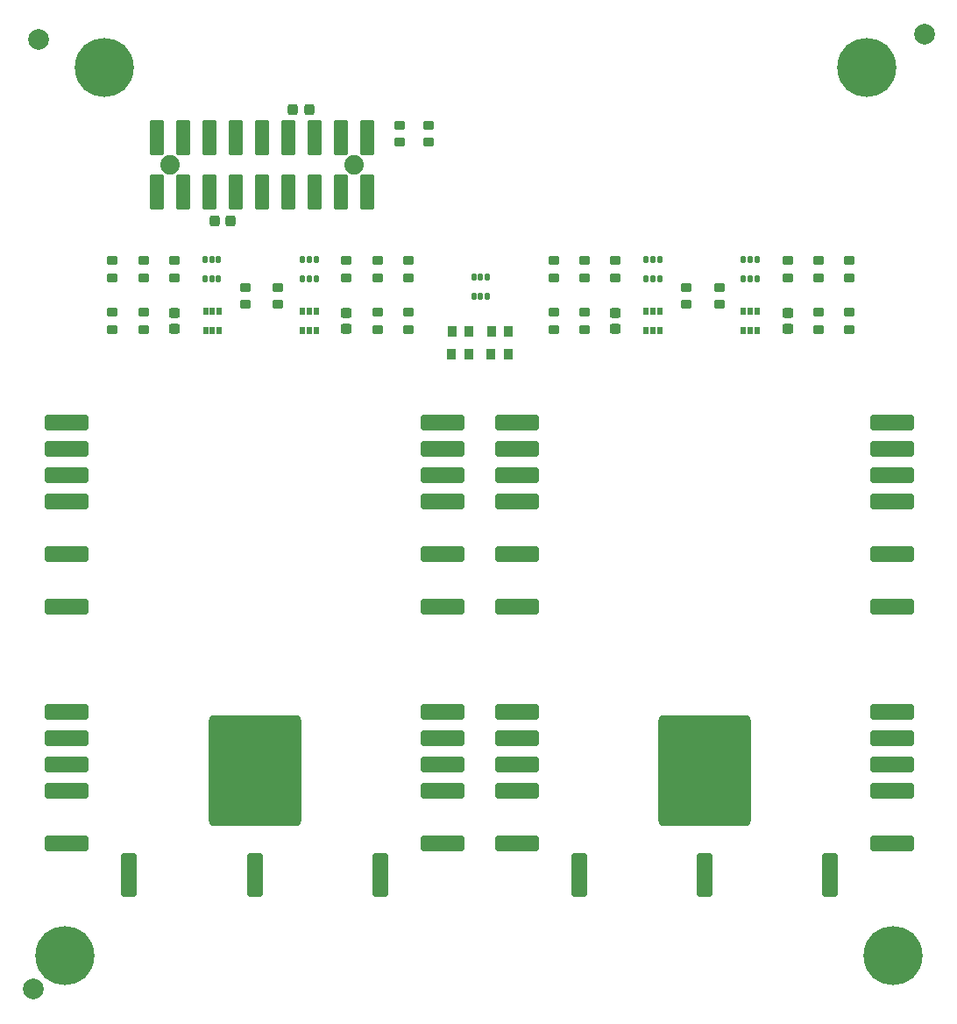
<source format=gts>
%TF.GenerationSoftware,KiCad,Pcbnew,9.0.1*%
%TF.CreationDate,2025-04-06T00:03:57-07:00*%
%TF.ProjectId,MPPT_addon_board,4d505054-5f61-4646-946f-6e5f626f6172,1.4*%
%TF.SameCoordinates,Original*%
%TF.FileFunction,Soldermask,Top*%
%TF.FilePolarity,Negative*%
%FSLAX46Y46*%
G04 Gerber Fmt 4.6, Leading zero omitted, Abs format (unit mm)*
G04 Created by KiCad (PCBNEW 9.0.1) date 2025-04-06 00:03:57*
%MOMM*%
%LPD*%
G01*
G04 APERTURE LIST*
G04 Aperture macros list*
%AMRoundRect*
0 Rectangle with rounded corners*
0 $1 Rounding radius*
0 $2 $3 $4 $5 $6 $7 $8 $9 X,Y pos of 4 corners*
0 Add a 4 corners polygon primitive as box body*
4,1,4,$2,$3,$4,$5,$6,$7,$8,$9,$2,$3,0*
0 Add four circle primitives for the rounded corners*
1,1,$1+$1,$2,$3*
1,1,$1+$1,$4,$5*
1,1,$1+$1,$6,$7*
1,1,$1+$1,$8,$9*
0 Add four rect primitives between the rounded corners*
20,1,$1+$1,$2,$3,$4,$5,0*
20,1,$1+$1,$4,$5,$6,$7,0*
20,1,$1+$1,$6,$7,$8,$9,0*
20,1,$1+$1,$8,$9,$2,$3,0*%
G04 Aperture macros list end*
%ADD10C,5.701600*%
%ADD11C,2.000000*%
%ADD12RoundRect,0.225400X-0.225400X-0.300400X0.225400X-0.300400X0.225400X0.300400X-0.225400X0.300400X0*%
%ADD13RoundRect,0.225400X0.300400X-0.225400X0.300400X0.225400X-0.300400X0.225400X-0.300400X-0.225400X0*%
%ADD14RoundRect,0.225400X-0.300400X0.225400X-0.300400X-0.225400X0.300400X-0.225400X0.300400X0.225400X0*%
%ADD15RoundRect,0.125400X-0.125400X0.250400X-0.125400X-0.250400X0.125400X-0.250400X0.125400X0.250400X0*%
%ADD16RoundRect,0.225400X0.225400X0.300400X-0.225400X0.300400X-0.225400X-0.300400X0.225400X-0.300400X0*%
%ADD17RoundRect,0.250400X0.275400X-0.250400X0.275400X0.250400X-0.275400X0.250400X-0.275400X-0.250400X0*%
%ADD18RoundRect,0.150160X1.950640X0.600640X-1.950640X0.600640X-1.950640X-0.600640X1.950640X-0.600640X0*%
%ADD19RoundRect,0.150160X-0.600640X1.950640X-0.600640X-1.950640X0.600640X-1.950640X0.600640X1.950640X0*%
%ADD20RoundRect,0.445080X4.005720X4.930720X-4.005720X4.930720X-4.005720X-4.930720X4.005720X-4.930720X0*%
%ADD21RoundRect,0.250400X0.250400X0.275400X-0.250400X0.275400X-0.250400X-0.275400X0.250400X-0.275400X0*%
%ADD22RoundRect,0.125400X0.125400X-0.250400X0.125400X0.250400X-0.125400X0.250400X-0.125400X-0.250400X0*%
%ADD23RoundRect,0.250400X-0.250400X-0.275400X0.250400X-0.275400X0.250400X0.275400X-0.250400X0.275400X0*%
%ADD24RoundRect,0.050800X-0.200000X-0.300000X0.200000X-0.300000X0.200000X0.300000X-0.200000X0.300000X0*%
%ADD25C,1.881600*%
%ADD26RoundRect,0.102000X-0.570000X-1.587500X0.570000X-1.587500X0.570000X1.587500X-0.570000X1.587500X0*%
G04 APERTURE END LIST*
D10*
%TO.C,H1*%
X107236100Y-57564100D03*
%TD*%
%TO.C,H2*%
X103426100Y-143294100D03*
%TD*%
%TO.C,H3*%
X183426100Y-143294100D03*
%TD*%
%TO.C,H4*%
X180896100Y-57564100D03*
%TD*%
D11*
%TO.C,REF1T*%
X100330000Y-146558000D03*
%TD*%
D12*
%TO.C,R2*%
X140800000Y-83000000D03*
X142450000Y-83000000D03*
%TD*%
D13*
%TO.C,R28*%
X176200000Y-82825000D03*
X176200000Y-81175000D03*
%TD*%
D14*
%TO.C,R20*%
X153600000Y-76175000D03*
X153600000Y-77825000D03*
%TD*%
%TO.C,R29*%
X138500000Y-63100000D03*
X138500000Y-64750000D03*
%TD*%
D11*
%TO.C,REF3T*%
X186436000Y-54356000D03*
%TD*%
D14*
%TO.C,R5*%
X111000000Y-76175000D03*
X111000000Y-77825000D03*
%TD*%
D15*
%TO.C,Q4*%
X127650000Y-76050000D03*
X127000000Y-76050000D03*
X126350000Y-76050000D03*
X126350000Y-77950000D03*
X127000000Y-77950000D03*
X127650000Y-77950000D03*
%TD*%
D14*
%TO.C,R4*%
X114000000Y-76175000D03*
X114000000Y-77825000D03*
%TD*%
D13*
%TO.C,R25*%
X166600000Y-80425000D03*
X166600000Y-78775000D03*
%TD*%
D16*
%TO.C,R16*%
X146250000Y-83000000D03*
X144600000Y-83000000D03*
%TD*%
D13*
%TO.C,R13*%
X120800000Y-80425000D03*
X120800000Y-78775000D03*
%TD*%
D14*
%TO.C,R17*%
X150600000Y-76175000D03*
X150600000Y-77825000D03*
%TD*%
D17*
%TO.C,C2*%
X130600000Y-82775000D03*
X130600000Y-81225000D03*
%TD*%
D18*
%TO.C,U1*%
X139850000Y-132500000D03*
X139850000Y-127380000D03*
X139850000Y-124840000D03*
X139850000Y-122300000D03*
X139850000Y-119760000D03*
X139850000Y-109600000D03*
X139850000Y-104520000D03*
X139850000Y-99440000D03*
X139850000Y-96900000D03*
X139850000Y-94360000D03*
X139850000Y-91820000D03*
X103600000Y-91820000D03*
X103600000Y-94360000D03*
X103600000Y-96900000D03*
X103600000Y-99440000D03*
X103600000Y-104520000D03*
X103600000Y-109600000D03*
X103600000Y-119760000D03*
X103600000Y-122300000D03*
X103600000Y-124840000D03*
X103600000Y-127380000D03*
X103600000Y-132500000D03*
D19*
X109600000Y-135500000D03*
X121725000Y-135500000D03*
X133850000Y-135500000D03*
D20*
X121725000Y-125475000D03*
%TD*%
D21*
%TO.C,C5*%
X119400000Y-72400000D03*
X117850000Y-72400000D03*
%TD*%
D14*
%TO.C,R21*%
X150600000Y-81175000D03*
X150600000Y-82825000D03*
%TD*%
D13*
%TO.C,R12*%
X133600000Y-82825000D03*
X133600000Y-81175000D03*
%TD*%
D14*
%TO.C,R10*%
X133600000Y-76175000D03*
X133600000Y-77825000D03*
%TD*%
%TO.C,R24*%
X173200000Y-76175000D03*
X173200000Y-77825000D03*
%TD*%
%TO.C,R9*%
X130600000Y-76175000D03*
X130600000Y-77825000D03*
%TD*%
D22*
%TO.C,Q9*%
X142900000Y-79650000D03*
X143550000Y-79650000D03*
X144200000Y-79650000D03*
X144200000Y-77750000D03*
X143550000Y-77750000D03*
X142900000Y-77750000D03*
%TD*%
D16*
%TO.C,R1*%
X142400000Y-85200000D03*
X140750000Y-85200000D03*
%TD*%
D14*
%TO.C,R23*%
X179200000Y-76175000D03*
X179200000Y-77825000D03*
%TD*%
D13*
%TO.C,R19*%
X163400000Y-80425000D03*
X163400000Y-78775000D03*
%TD*%
%TO.C,R14*%
X124000000Y-80425000D03*
X124000000Y-78775000D03*
%TD*%
D17*
%TO.C,C4*%
X173200000Y-82775000D03*
X173200000Y-81225000D03*
%TD*%
D14*
%TO.C,R3*%
X108000000Y-76175000D03*
X108000000Y-77825000D03*
%TD*%
%TO.C,R8*%
X136600000Y-76175000D03*
X136600000Y-77825000D03*
%TD*%
D23*
%TO.C,C6*%
X125425000Y-61600000D03*
X126975000Y-61600000D03*
%TD*%
D24*
%TO.C,Q3*%
X127650000Y-81050000D03*
X127000000Y-81050000D03*
X126350000Y-81050000D03*
X126350000Y-82950000D03*
X127000000Y-82950000D03*
X127650000Y-82950000D03*
%TD*%
D11*
%TO.C,REF2T*%
X100838000Y-54864000D03*
%TD*%
D14*
%TO.C,R26*%
X176200000Y-76175000D03*
X176200000Y-77825000D03*
%TD*%
%TO.C,R6*%
X108000000Y-81175000D03*
X108000000Y-82825000D03*
%TD*%
D17*
%TO.C,C1*%
X114000000Y-82775000D03*
X114000000Y-81225000D03*
%TD*%
D13*
%TO.C,R22*%
X153600000Y-82825000D03*
X153600000Y-81175000D03*
%TD*%
D24*
%TO.C,Q5*%
X160850000Y-81050000D03*
X160200000Y-81050000D03*
X159550000Y-81050000D03*
X159550000Y-82950000D03*
X160200000Y-82950000D03*
X160850000Y-82950000D03*
%TD*%
D14*
%TO.C,R30*%
X135700000Y-63100000D03*
X135700000Y-64750000D03*
%TD*%
D15*
%TO.C,Q2*%
X118250000Y-76050000D03*
X117600000Y-76050000D03*
X116950000Y-76050000D03*
X116950000Y-77950000D03*
X117600000Y-77950000D03*
X118250000Y-77950000D03*
%TD*%
D18*
%TO.C,U2*%
X183325000Y-132500000D03*
X183325000Y-127380000D03*
X183325000Y-124840000D03*
X183325000Y-122300000D03*
X183325000Y-119760000D03*
X183325000Y-109600000D03*
X183325000Y-104520000D03*
X183325000Y-99440000D03*
X183325000Y-96900000D03*
X183325000Y-94360000D03*
X183325000Y-91820000D03*
X147075000Y-91820000D03*
X147075000Y-94360000D03*
X147075000Y-96900000D03*
X147075000Y-99440000D03*
X147075000Y-104520000D03*
X147075000Y-109600000D03*
X147075000Y-119760000D03*
X147075000Y-122300000D03*
X147075000Y-124840000D03*
X147075000Y-127380000D03*
X147075000Y-132500000D03*
D19*
X153075000Y-135500000D03*
X165200000Y-135500000D03*
X177325000Y-135500000D03*
D20*
X165200000Y-125475000D03*
%TD*%
D24*
%TO.C,Q1*%
X118300000Y-81050000D03*
X117650000Y-81050000D03*
X117000000Y-81050000D03*
X117000000Y-82950000D03*
X117650000Y-82950000D03*
X118300000Y-82950000D03*
%TD*%
D15*
%TO.C,Q6*%
X160850000Y-76050000D03*
X160200000Y-76050000D03*
X159550000Y-76050000D03*
X159550000Y-77950000D03*
X160200000Y-77950000D03*
X160850000Y-77950000D03*
%TD*%
D14*
%TO.C,R18*%
X156600000Y-76175000D03*
X156600000Y-77825000D03*
%TD*%
D24*
%TO.C,Q7*%
X170250000Y-81050000D03*
X169600000Y-81050000D03*
X168950000Y-81050000D03*
X168950000Y-82950000D03*
X169600000Y-82950000D03*
X170250000Y-82950000D03*
%TD*%
D25*
%TO.C,J1*%
X113540000Y-66950000D03*
X131320000Y-66950000D03*
D26*
X112270000Y-69552500D03*
X112270000Y-64347500D03*
X114810000Y-69552500D03*
X114810000Y-64347500D03*
X117350000Y-69552500D03*
X117350000Y-64347500D03*
X119890000Y-69552500D03*
X119890000Y-64347500D03*
X122430000Y-69552500D03*
X122430000Y-64347500D03*
X124970000Y-69552500D03*
X124970000Y-64347500D03*
X127510000Y-69552500D03*
X127510000Y-64347500D03*
X130050000Y-69552500D03*
X130050000Y-64347500D03*
X132590000Y-69552500D03*
X132590000Y-64347500D03*
%TD*%
D15*
%TO.C,Q8*%
X170250000Y-76050000D03*
X169600000Y-76050000D03*
X168950000Y-76050000D03*
X168950000Y-77950000D03*
X169600000Y-77950000D03*
X170250000Y-77950000D03*
%TD*%
D16*
%TO.C,R15*%
X146225000Y-85200000D03*
X144575000Y-85200000D03*
%TD*%
D13*
%TO.C,R7*%
X111000000Y-82825000D03*
X111000000Y-81175000D03*
%TD*%
D14*
%TO.C,R11*%
X136600000Y-81175000D03*
X136600000Y-82825000D03*
%TD*%
D17*
%TO.C,C3*%
X156600000Y-82800000D03*
X156600000Y-81250000D03*
%TD*%
D14*
%TO.C,R27*%
X179200000Y-81175000D03*
X179200000Y-82825000D03*
%TD*%
M02*

</source>
